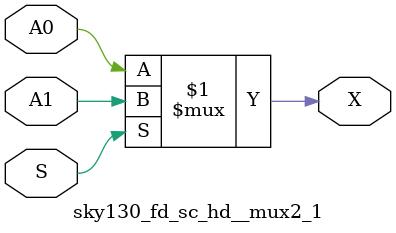
<source format=v>
`timescale 1ns / 1ps

`default_nettype wire

// ----- Verilog module for const0 -----
module const0(const0);
//----- OUTPUT PORTS -----
output [0:0] const0;

//----- BEGIN Registered ports -----
//----- END Registered ports -----

	assign const0[0] = 1'b0;
endmodule
// ----- END Verilog module for const0 -----

//----- Default net type -----
`default_nettype none

//----- Default net type -----
`default_nettype wire

// ----- Verilog module for const1 -----
module const1(const1);
//----- OUTPUT PORTS -----
output [0:0] const1;

//----- BEGIN Registered ports -----
//----- END Registered ports -----

	assign const1[0] = 1'b1;
endmodule
// ----- END Verilog module for const1 -----

//----- Default net type -----
`default_nettype none

//----- Default net type -----
`default_nettype wire

// ----- Verilog module for INVTX1 -----
module INVTX1(in,
              out);
//----- INPUT PORTS -----
input [0:0] in;
//----- OUTPUT PORTS -----
output [0:0] out;

//----- BEGIN Registered ports -----
//----- END Registered ports -----

// ----- Verilog codes of a regular inverter -----
	assign out = (in === 1'bz)? $random : ~in;

`ifdef ENABLE_TIMING
// ------ BEGIN Pin-to-pin Timing constraints -----
	specify
		(in => out) = (0.01, 0.01);
	endspecify
// ------ END Pin-to-pin Timing constraints -----
`endif
endmodule
// ----- END Verilog module for INVTX1 -----

//----- Default net type -----
`default_nettype none

//----- Default net type -----
`default_nettype wire

// ----- Verilog module for buf4 -----
module buf4(in,
            out);
//----- INPUT PORTS -----
input [0:0] in;
//----- OUTPUT PORTS -----
output [0:0] out;

//----- BEGIN Registered ports -----
//----- END Registered ports -----

// ----- Verilog codes of a regular inverter -----
	assign out = (in === 1'bz)? $random : in;

`ifdef ENABLE_TIMING
// ------ BEGIN Pin-to-pin Timing constraints -----
	specify
		(in => out) = (0.01, 0.01);
	endspecify
// ------ END Pin-to-pin Timing constraints -----
`endif
endmodule
// ----- END Verilog module for buf4 -----

//----- Default net type -----
`default_nettype none

//----- Default net type -----
`default_nettype wire

// ----- Verilog module for tap_buf4 -----
module tap_buf4(in,
                out);
//----- INPUT PORTS -----
input [0:0] in;
//----- OUTPUT PORTS -----
output [0:0] out;

//----- BEGIN Registered ports -----
//----- END Registered ports -----

// ----- Verilog codes of a regular inverter -----
	assign out = (in === 1'bz)? $random : in;

`ifdef ENABLE_TIMING
// ------ BEGIN Pin-to-pin Timing constraints -----
	specify
		(in => out) = (0.01, 0.01);
	endspecify
// ------ END Pin-to-pin Timing constraints -----
`endif
endmodule
// ----- END Verilog module for tap_buf4 -----

//----- Default net type -----
`default_nettype none

//----- Default net type -----
`default_nettype wire

// ----- Verilog module for sky130_fd_sc_hd__inv_2 -----
module sky130_fd_sc_hd__inv_2(A,
                              Y);
//----- INPUT PORTS -----
input [0:0] A;
//----- OUTPUT PORTS -----
output [0:0] Y;

//----- BEGIN Registered ports -----
//----- END Registered ports -----

// ----- Verilog codes of a regular inverter -----
	assign Y = (A === 1'bz)? $random : ~A;

`ifdef ENABLE_TIMING
// ------ BEGIN Pin-to-pin Timing constraints -----
	specify
		(A => Y) = (0.01, 0.01);
	endspecify
// ------ END Pin-to-pin Timing constraints -----
`endif
endmodule
// ----- END Verilog module for sky130_fd_sc_hd__inv_2 -----

//----- Default net type -----
`default_nettype none

//----- Default net type -----
`default_nettype wire

// ----- Verilog module for OR2 -----
module OR2(a,
           b,
           out);
//----- INPUT PORTS -----
input [0:0] a;
//----- INPUT PORTS -----
input [0:0] b;
//----- OUTPUT PORTS -----
output [0:0] out;

//----- BEGIN Registered ports -----
//----- END Registered ports -----

// ----- Verilog codes of a 2-input 1-output AND gate -----
	assign out[0] = a[0] | b[0];

`ifdef ENABLE_TIMING
// ------ BEGIN Pin-to-pin Timing constraints -----
	specify
		(a => out) = (0.01, 0.01);
		(b => out) = (0.005, 0.005);
	endspecify
// ------ END Pin-to-pin Timing constraints -----
`endif
endmodule
// ----- END Verilog module for OR2 -----

//----- Default net type -----
`default_nettype none

//----- Default net type -----
`default_nettype wire

// ----- Verilog module for sky130_fd_sc_hd__mux2_1 -----
module sky130_fd_sc_hd__mux2_1(A1,
                               A0,
                               S,
                               X);
//----- INPUT PORTS -----
input [0:0] A1;
//----- INPUT PORTS -----
input [0:0] A0;
//----- INPUT PORTS -----
input [0:0] S;
//----- OUTPUT PORTS -----
output [0:0] X;

//----- BEGIN Registered ports -----
//----- END Registered ports -----

	assign X[0] = S[0] ? A1[0] : A0[0];
endmodule
// ----- END Verilog module for sky130_fd_sc_hd__mux2_1 -----

//----- Default net type -----
`default_nettype none


</source>
